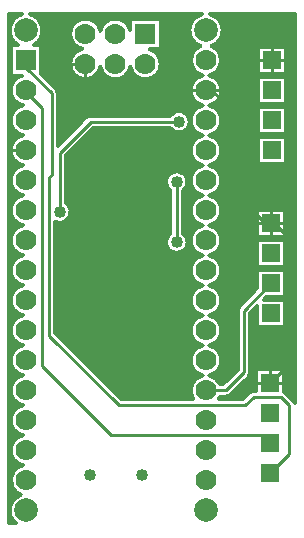
<source format=gbr>
G04 DesignSpark PCB Gerber Version 11.0 Build 5877*
G04 #@! TF.Part,Single*
G04 #@! TF.FileFunction,Copper,L1,Top*
G04 #@! TF.FilePolarity,Positive*
%FSLAX35Y35*%
%MOIN*%
G04 #@! TA.AperFunction,ComponentPad*
%ADD14R,0.06000X0.06000*%
%ADD10R,0.07000X0.07000*%
G04 #@! TD.AperFunction*
%ADD20C,0.01000*%
%ADD76C,0.01200*%
G04 #@! TA.AperFunction,ComponentPad*
%ADD12C,0.04000*%
%ADD11C,0.07000*%
%ADD13C,0.07874*%
G04 #@! TD.AperFunction*
X0Y0D02*
D02*
D10*
X9416Y161938D03*
X49202Y170750D03*
D02*
D11*
X9416Y21938D03*
Y31938D03*
Y41938D03*
Y51938D03*
Y61938D03*
Y71938D03*
Y81938D03*
Y91938D03*
Y101938D03*
Y111938D03*
Y121938D03*
Y131938D03*
Y141938D03*
Y151938D03*
X29202Y160750D03*
Y170750D03*
X39202Y160750D03*
Y170750D03*
X49202Y160750D03*
X69402Y21900D03*
Y31900D03*
Y41900D03*
Y51900D03*
Y61900D03*
Y71900D03*
Y81900D03*
Y91900D03*
Y101900D03*
Y111900D03*
Y121900D03*
Y131900D03*
Y141900D03*
Y151900D03*
Y161900D03*
D02*
D12*
X20679Y111382D03*
X30742Y23833D03*
X48065D03*
X59655Y101283D03*
Y121382D03*
X60443Y141441D03*
D02*
D13*
X9402Y11900D03*
Y171900D03*
X69402Y11900D03*
Y171900D03*
D02*
D14*
X90757Y24433D03*
Y34433D03*
Y44433D03*
Y54433D03*
X91141Y77583D03*
Y87583D03*
Y97583D03*
Y107583D03*
X91466Y131933D03*
Y141933D03*
Y151933D03*
Y161933D03*
D02*
D20*
X6416Y131938D02*
X4316D01*
X9416Y151938D02*
Y151523D01*
X14773Y146165D01*
Y59945D01*
X37608Y37110D01*
X88080D01*
X90757Y34433D01*
X9416Y161938D02*
Y159397D01*
X17923Y150890D01*
Y123724D01*
X17135Y122937D01*
Y70181D01*
X40364Y46953D01*
X82490D01*
X85246Y49709D01*
X94301D01*
X97057Y46953D01*
Y30732D01*
X90757Y24433D01*
X20679Y111382D02*
Y131205D01*
X30915Y141441D01*
X60443D01*
X26202Y160750D02*
X24102D01*
X29202Y157750D02*
Y155650D01*
X59655Y121382D02*
Y101283D01*
X66402Y151900D02*
X64302D01*
X69402Y51900D02*
X76020D01*
X82096Y57976D01*
Y78537D01*
X91141Y87583D01*
X69402Y151900D02*
X71243D01*
X77765Y145378D01*
Y118990D01*
X89173Y107583D01*
X91141D01*
X72402Y151900D02*
X74502D01*
X88257Y54433D02*
X86159D01*
X88641Y107583D02*
X86541D01*
X88966Y161933D02*
X86868D01*
X90757Y56933D02*
Y59031D01*
X91141Y105083D02*
Y102984D01*
Y107583D02*
X91939D01*
X96269Y103252D01*
Y59945D01*
X90757Y54433D01*
X91141Y110083D02*
Y112181D01*
X91466Y159433D02*
Y157335D01*
Y164433D02*
Y166531D01*
X93257Y54433D02*
X95356D01*
X93641Y107583D02*
X95742D01*
X93966Y161933D02*
X96065D01*
D02*
D76*
X3750Y177268D02*
Y7583D01*
X5935D01*
G75*
G02*
X7651Y17153I3467J4317D01*
G01*
G75*
G02*
X8411Y26938I1765J4785D01*
G01*
G75*
G02*
Y36938I1005J5000D01*
G01*
G75*
G02*
Y46938I1005J5000D01*
G01*
G75*
G02*
Y56938I1005J5000D01*
G01*
G75*
G02*
Y66938I1005J5000D01*
G01*
G75*
G02*
Y76938I1005J5000D01*
G01*
G75*
G02*
Y86938I1005J5000D01*
G01*
G75*
G02*
Y96938I1005J5000D01*
G01*
G75*
G02*
Y106938I1005J5000D01*
G01*
G75*
G02*
Y116938I1005J5000D01*
G01*
G75*
G02*
Y126938I1005J5000D01*
G01*
G75*
G02*
Y136938I1005J5000D01*
G01*
G75*
G02*
Y146938I1005J5000D01*
G01*
G75*
G02*
X8004Y156839I1005J5000D01*
G01*
X4317D01*
Y167039D01*
X6750D01*
G75*
G02*
X8044Y177268I2652J4861D01*
G01*
X3750D01*
G36*
X3750Y177268D02*
Y7583D01*
X5935D01*
G75*
G02*
X7651Y17153I3467J4317D01*
G01*
G75*
G02*
X8411Y26938I1765J4785D01*
G01*
G75*
G02*
Y36938I1005J5000D01*
G01*
G75*
G02*
Y46938I1005J5000D01*
G01*
G75*
G02*
Y56938I1005J5000D01*
G01*
G75*
G02*
Y66938I1005J5000D01*
G01*
G75*
G02*
Y76938I1005J5000D01*
G01*
G75*
G02*
Y86938I1005J5000D01*
G01*
G75*
G02*
Y96938I1005J5000D01*
G01*
G75*
G02*
Y106938I1005J5000D01*
G01*
G75*
G02*
Y116938I1005J5000D01*
G01*
G75*
G02*
Y126938I1005J5000D01*
G01*
G75*
G02*
Y136938I1005J5000D01*
G01*
G75*
G02*
Y146938I1005J5000D01*
G01*
G75*
G02*
X8004Y156839I1005J5000D01*
G01*
X4317D01*
Y167039D01*
X6750D01*
G75*
G02*
X8044Y177268I2652J4861D01*
G01*
X3750D01*
G37*
X14517Y167039D02*
Y157265D01*
X19408Y152375D01*
G75*
G02*
X20023Y150890I-1485J-1485D01*
G01*
Y133519D01*
X29430Y142926D01*
G75*
G02*
X30917Y143541I1485J-1485D01*
G01*
X57519D01*
G75*
G02*
X64043Y141441I2924J-2100D01*
G01*
G75*
G02*
X57519Y139341I-3600J0D01*
G01*
X31785D01*
X22779Y130335D01*
Y114306D01*
G75*
G02*
X19235Y108084I-2100J-2924D01*
G01*
Y71051D01*
X41233Y49053D01*
X65171D01*
G75*
G02*
X68397Y56900I4231J2847D01*
G01*
G75*
G02*
Y66900I1005J5000D01*
G01*
G75*
G02*
Y76900I1005J5000D01*
G01*
G75*
G02*
Y86900I1005J5000D01*
G01*
G75*
G02*
Y96900I1005J5000D01*
G01*
G75*
G02*
Y106900I1005J5000D01*
G01*
G75*
G02*
Y116900I1005J5000D01*
G01*
G75*
G02*
Y126900I1005J5000D01*
G01*
G75*
G02*
Y136900I1005J5000D01*
G01*
G75*
G02*
Y146900I1005J5000D01*
G01*
G75*
G02*
Y156900I1005J5000D01*
G01*
G75*
G02*
X67591Y166668I1006J5000D01*
G01*
G75*
G02*
X68044Y177268I1811J5232D01*
G01*
X10761D01*
G75*
G02*
X12054Y167039I-1359J-5368D01*
G01*
X14517D01*
X50618Y165650D02*
G75*
G02*
X54302Y160750I-1416J-4900D01*
G01*
G75*
G02*
X44202Y159745I-5100J0D01*
G01*
G75*
G02*
X34202I-5000J1005D01*
G01*
G75*
G02*
X24102Y160750I-5000J1005D01*
G01*
G75*
G02*
X28197Y165750I5100J0D01*
G01*
G75*
G02*
X24102Y170750I1005J5000D01*
G01*
G75*
G02*
X34202Y171755I5100J0D01*
G01*
G75*
G02*
X44104Y172159I5000J-1005D01*
G01*
Y175850D01*
X54301D01*
Y165650D01*
X50618D01*
X56055Y121382D02*
G75*
G02*
X63255I3600J0D01*
G01*
G75*
G02*
X61755Y118458I-3600J0D01*
G01*
Y104207D01*
G75*
G02*
X63255Y101283I-2100J-2924D01*
G01*
G75*
G02*
X56055I-3600J0D01*
G01*
G75*
G02*
X57555Y104207I3600J0D01*
G01*
Y118458D01*
G75*
G02*
X56055Y121382I2100J2924D01*
G01*
X19235Y108084D02*
G36*
X19235Y108084D02*
Y71051D01*
X40633Y49653D01*
X64824D01*
G75*
G02*
X64302Y51900I4578J2248D01*
G01*
G75*
G02*
X67797Y56741I5100J0D01*
G01*
Y57059D01*
G75*
G02*
X64302Y61900I1605J4841D01*
G01*
G75*
G02*
X67797Y66741I5100J0D01*
G01*
Y67059D01*
G75*
G02*
X64302Y71900I1605J4841D01*
G01*
G75*
G02*
X67797Y76741I5100J0D01*
G01*
Y77059D01*
G75*
G02*
X64302Y81900I1605J4841D01*
G01*
G75*
G02*
X67797Y86741I5100J0D01*
G01*
Y87059D01*
G75*
G02*
X64302Y91900I1605J4841D01*
G01*
G75*
G02*
X67797Y96741I5100J0D01*
G01*
Y97059D01*
G75*
G02*
X64302Y101900I1605J4841D01*
G01*
G75*
G02*
X67797Y106741I5100J0D01*
G01*
Y107059D01*
G75*
G02*
X64334Y111333I1605J4841D01*
G01*
X61755D01*
Y104207D01*
G75*
G02*
X63255Y101284I-2099J-2924D01*
G01*
Y101283D01*
G75*
G02*
X56055I-3600J0D01*
G01*
Y101284D01*
G75*
G02*
X57555Y104207I3599J0D01*
G01*
Y111333D01*
X24278D01*
G75*
G02*
X19235Y108084I-3600J49D01*
G01*
G37*
X14517Y165750D02*
G36*
X14517Y165750D02*
Y157265D01*
X19408Y152375D01*
G75*
G02*
X20023Y150890I-1487J-1485D01*
G01*
Y133519D01*
X29430Y142926D01*
G75*
G02*
X30917Y143541I1485J-1486D01*
G01*
X57519D01*
G75*
G02*
X64043Y141441I2924J-2100D01*
G01*
G75*
G02*
X57519Y139341I-3600J0D01*
G01*
X31785D01*
X22779Y130335D01*
Y114306D01*
G75*
G02*
X24279Y111382I-2100J-2924D01*
G01*
G75*
G02*
X24278Y111333I-3606J4D01*
G01*
X57555D01*
Y118458D01*
G75*
G02*
X56055Y121381I2099J2924D01*
G01*
Y121382D01*
G75*
G02*
X63255I3600J0D01*
G01*
Y121381D01*
G75*
G02*
X61755Y118458I-3599J0D01*
G01*
Y111333D01*
X64334D01*
G75*
G02*
X64302Y111900I5069J566D01*
G01*
G75*
G02*
X67797Y116741I5100J0D01*
G01*
Y117059D01*
G75*
G02*
X64302Y121900I1605J4841D01*
G01*
G75*
G02*
X67797Y126741I5100J0D01*
G01*
Y127059D01*
G75*
G02*
X64302Y131900I1605J4841D01*
G01*
G75*
G02*
X67797Y136741I5100J0D01*
G01*
Y137059D01*
G75*
G02*
X64302Y141900I1605J4841D01*
G01*
G75*
G02*
X67797Y146741I5100J0D01*
G01*
Y147059D01*
G75*
G02*
X64302Y151900I1605J4841D01*
G01*
G75*
G02*
X67797Y156741I5100J0D01*
G01*
Y157059D01*
G75*
G02*
X64302Y161900I1605J4841D01*
G01*
G75*
G02*
X66057Y165750I5100J0D01*
G01*
X54301D01*
Y165650D01*
X50618D01*
G75*
G02*
X54302Y160750I-1416J-4900D01*
G01*
G75*
G02*
X44202Y159745I-5100J0D01*
G01*
G75*
G02*
X34202I-5000J1005D01*
G01*
G75*
G02*
X24102Y160750I-5000J1005D01*
G01*
Y160750D01*
Y160750D01*
G75*
G02*
X28197Y165750I5100J0D01*
G01*
X14517D01*
G37*
Y167039D02*
G36*
X14517Y167039D02*
Y165750D01*
X28197D01*
G75*
G02*
X24102Y170750I1005J5000D01*
G01*
Y170750D01*
G75*
G02*
X34202Y171755I5100J0D01*
G01*
G75*
G02*
X44104Y172159I5000J-1005D01*
G01*
Y175850D01*
X54301D01*
Y165750D01*
X66057D01*
G75*
G02*
X67591Y166668I3345J-3850D01*
G01*
G75*
G02*
X63865Y171900I1811J5232D01*
G01*
G75*
G02*
X66587Y176668I5537J0D01*
G01*
X12218D01*
G75*
G02*
X14939Y171900I-2816J-4768D01*
G01*
G75*
G02*
X12054Y167039I-5537J0D01*
G01*
X14517D01*
G37*
X70407Y56900D02*
G75*
G02*
X74049Y54002I-1005J-5000D01*
G01*
X75150D01*
X79996Y58846D01*
Y78537D01*
G75*
G02*
X80611Y80022I2100J0D01*
G01*
X86541Y85952D01*
Y92181D01*
X95742D01*
Y82984D01*
X89513D01*
X88709Y82181D01*
X95742D01*
Y72984D01*
X86541D01*
Y80013D01*
X84196Y77668D01*
Y57976D01*
G75*
G02*
X83581Y56491I-2100J0D01*
G01*
X77504Y50417D01*
G75*
G02*
X76017Y49802I-1485J1485D01*
G01*
X74051D01*
G75*
G02*
X73633Y49053I-4649J2100D01*
G01*
X81620D01*
X83761Y51194D01*
G75*
G02*
X85248Y51809I1485J-1485D01*
G01*
X86159D01*
Y59031D01*
X95356D01*
Y51524D01*
G75*
G02*
X95786Y51194I-1055J-1816D01*
G01*
X98542Y48438D01*
G75*
G02*
X99025Y47684I-1485J-1485D01*
G01*
Y177268D01*
X70761D01*
G75*
G02*
X71213Y166668I-1359J-5368D01*
G01*
G75*
G02*
X70407Y156900I-1811J-4768D01*
G01*
G75*
G02*
Y146900I-1005J-5000D01*
G01*
G75*
G02*
Y136900I-1005J-5000D01*
G01*
G75*
G02*
Y126900I-1005J-5000D01*
G01*
G75*
G02*
Y116900I-1005J-5000D01*
G01*
G75*
G02*
Y106900I-1005J-5000D01*
G01*
G75*
G02*
Y96900I-1005J-5000D01*
G01*
G75*
G02*
Y86900I-1005J-5000D01*
G01*
G75*
G02*
Y76900I-1005J-5000D01*
G01*
G75*
G02*
Y66900I-1005J-5000D01*
G01*
G75*
G02*
Y56900I-1005J-5000D01*
G01*
X86541Y102181D02*
X95742D01*
Y92984D01*
X86541D01*
Y102181D01*
Y112181D02*
X95742D01*
Y102984D01*
X86541D01*
Y112181D01*
X86868Y136531D02*
X96065D01*
Y127335D01*
X86868D01*
Y136531D01*
Y146531D02*
X96065D01*
Y137335D01*
X86868D01*
Y146531D01*
Y156531D02*
X96065D01*
Y147335D01*
X86868D01*
Y156531D01*
Y166531D02*
X96065D01*
Y157335D01*
X86868D01*
Y166531D01*
X71007Y57059D02*
G36*
X71007Y57059D02*
Y56741D01*
G75*
G02*
X74049Y54002I-1604J-4840D01*
G01*
X75150D01*
X79996Y58846D01*
Y78537D01*
G75*
G02*
X80611Y80022I2102J0D01*
G01*
X86541Y85952D01*
Y92181D01*
X95742D01*
Y82984D01*
X89513D01*
X88709Y82181D01*
X95742D01*
Y72984D01*
X86541D01*
Y80013D01*
X84196Y77668D01*
Y57976D01*
G75*
G02*
X83581Y56491I-2100J0D01*
G01*
X77504Y50417D01*
G75*
G02*
X76017Y49802I-1485J1486D01*
G01*
X74051D01*
G75*
G02*
X73633Y49053I-4665J2109D01*
G01*
X81620D01*
X83761Y51194D01*
G75*
G02*
X85248Y51809I1485J-1486D01*
G01*
X86159D01*
Y59031D01*
X95356D01*
Y51524D01*
G75*
G02*
X95786Y51194I-1068J-1833D01*
G01*
X98425Y48554D01*
Y97583D01*
X95742D01*
Y92984D01*
X86541D01*
Y97583D01*
X72117D01*
G75*
G02*
X71007Y97059I-2715J4317D01*
G01*
Y96741D01*
G75*
G02*
X74502Y91900I-1605J-4841D01*
G01*
G75*
G02*
X71007Y87059I-5100J0D01*
G01*
Y86741D01*
G75*
G02*
X74502Y81900I-1605J-4841D01*
G01*
G75*
G02*
X71007Y77059I-5100J0D01*
G01*
Y76741D01*
G75*
G02*
X74502Y71900I-1605J-4841D01*
G01*
G75*
G02*
X71007Y67059I-5100J0D01*
G01*
Y66741D01*
G75*
G02*
X74502Y61900I-1605J-4841D01*
G01*
G75*
G02*
X71007Y57059I-5100J0D01*
G01*
G37*
Y107059D02*
G36*
X71007Y107059D02*
Y106741D01*
G75*
G02*
X74502Y101900I-1605J-4841D01*
G01*
G75*
G02*
X72117Y97583I-5100J0D01*
G01*
X86541D01*
Y102181D01*
X95742D01*
Y97583D01*
X98425D01*
Y107583D01*
X95742D01*
Y102984D01*
X86541D01*
Y107583D01*
X72117D01*
G75*
G02*
X71007Y107059I-2715J4317D01*
G01*
G37*
Y117059D02*
G36*
X71007Y117059D02*
Y116741D01*
G75*
G02*
X74502Y111900I-1605J-4841D01*
G01*
G75*
G02*
X72117Y107583I-5100J0D01*
G01*
X86541D01*
Y112181D01*
X95742D01*
Y107583D01*
X98425D01*
Y131933D01*
X96065D01*
Y127335D01*
X86868D01*
Y131933D01*
X74502D01*
G75*
G02*
Y131900I-5107J-17D01*
G01*
G75*
G02*
X71007Y127059I-5100J0D01*
G01*
Y126741D01*
G75*
G02*
X74502Y121900I-1605J-4841D01*
G01*
G75*
G02*
X71007Y117059I-5100J0D01*
G01*
G37*
Y137059D02*
G36*
X71007Y137059D02*
Y136741D01*
G75*
G02*
X74502Y131933I-1605J-4841D01*
G01*
X86868D01*
Y136531D01*
X96065D01*
Y131933D01*
X98425D01*
Y141933D01*
X96065D01*
Y137335D01*
X86868D01*
Y141933D01*
X74502D01*
G75*
G02*
Y141900I-5107J-17D01*
G01*
G75*
G02*
X71007Y137059I-5100J0D01*
G01*
G37*
Y147059D02*
G36*
X71007Y147059D02*
Y146741D01*
G75*
G02*
X74502Y141933I-1605J-4841D01*
G01*
X86868D01*
Y146531D01*
X96065D01*
Y141933D01*
X98425D01*
Y151933D01*
X96065D01*
Y147335D01*
X86868D01*
Y151933D01*
X74502D01*
G75*
G02*
Y151900I-5107J-17D01*
G01*
G75*
G02*
X71007Y147059I-5100J0D01*
G01*
G37*
Y157059D02*
G36*
X71007Y157059D02*
Y156741D01*
G75*
G02*
X74502Y151933I-1605J-4841D01*
G01*
X86868D01*
Y156531D01*
X96065D01*
Y151933D01*
X98425D01*
Y161933D01*
X96065D01*
Y157335D01*
X86868D01*
Y161933D01*
X74502D01*
G75*
G02*
Y161900I-5107J-17D01*
G01*
G75*
G02*
X71007Y157059I-5100J0D01*
G01*
G37*
X71213Y166668D02*
G36*
X71213Y166668D02*
G75*
G02*
X74502Y161933I-1811J-4768D01*
G01*
X86868D01*
Y166531D01*
X96065D01*
Y161933D01*
X98425D01*
Y176668D01*
X72218D01*
G75*
G02*
X74939Y171900I-2815J-4768D01*
G01*
G75*
G02*
X71213Y166668I-5537J0D01*
G01*
G37*
X0Y0D02*
M02*

</source>
